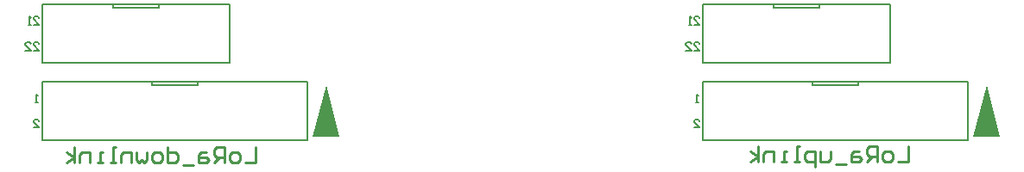
<source format=gbo>
G04*
G04 #@! TF.GenerationSoftware,Altium Limited,Altium Designer,20.2.3 (150)*
G04*
G04 Layer_Color=32896*
%FSLAX25Y25*%
%MOIN*%
G70*
G04*
G04 #@! TF.SameCoordinates,12439D86-AE7D-45F5-80DB-552B17048F2A*
G04*
G04*
G04 #@! TF.FilePolarity,Positive*
G04*
G01*
G75*
%ADD11C,0.00787*%
%ADD15C,0.01000*%
G36*
X150421Y179020D02*
X155488Y159138D01*
X145354D01*
X150421Y179020D01*
D02*
G37*
G36*
X405421D02*
X410488Y159138D01*
X400354D01*
X405421Y179020D01*
D02*
G37*
D11*
X295850Y210250D02*
X368350D01*
X295850Y187750D02*
X368350D01*
X295850D02*
Y210250D01*
X368350Y187750D02*
Y210250D01*
X323350Y209000D02*
Y210250D01*
Y209000D02*
X339600D01*
X340850D01*
Y210250D01*
X355850Y179000D02*
Y180250D01*
X354600Y179000D02*
X355850D01*
X338350D02*
X354600D01*
X338350D02*
Y180250D01*
X398350Y157750D02*
Y180250D01*
X295850Y157750D02*
Y180250D01*
Y157750D02*
X398350D01*
X295850Y180250D02*
X398350D01*
X40850Y210250D02*
X113350D01*
X40850Y187750D02*
X113350D01*
X40850D02*
Y210250D01*
X113350Y187750D02*
Y210250D01*
X68350Y209000D02*
Y210250D01*
Y209000D02*
X84600D01*
X85850D01*
Y210250D01*
X100850Y179000D02*
Y180250D01*
X99600Y179000D02*
X100850D01*
X83350D02*
X99600D01*
X83350D02*
Y180250D01*
X143350Y157750D02*
Y180250D01*
X40850Y157750D02*
Y180250D01*
Y157750D02*
X143350D01*
X40850Y180250D02*
X143350D01*
X292521Y192504D02*
X294620D01*
X292521Y194603D01*
Y195128D01*
X293045Y195652D01*
X294095D01*
X294620Y195128D01*
X289372Y192504D02*
X291471D01*
X289372Y194603D01*
Y195128D01*
X289897Y195652D01*
X290946D01*
X291471Y195128D01*
X292521Y202543D02*
X294620D01*
X292521Y204642D01*
Y205167D01*
X293045Y205692D01*
X294095D01*
X294620Y205167D01*
X291471Y202543D02*
X290422D01*
X290946D01*
Y205692D01*
X291471Y205167D01*
X294226Y172425D02*
X293177D01*
X293701D01*
Y175574D01*
X294226Y175049D01*
X292521Y162583D02*
X294620D01*
X292521Y164682D01*
Y165207D01*
X293045Y165731D01*
X294095D01*
X294620Y165207D01*
X37521Y192504D02*
X39620D01*
X37521Y194603D01*
Y195128D01*
X38045Y195652D01*
X39095D01*
X39620Y195128D01*
X34372Y192504D02*
X36471D01*
X34372Y194603D01*
Y195128D01*
X34897Y195652D01*
X35946D01*
X36471Y195128D01*
X37521Y202543D02*
X39620D01*
X37521Y204642D01*
Y205167D01*
X38045Y205692D01*
X39095D01*
X39620Y205167D01*
X36471Y202543D02*
X35422D01*
X35946D01*
Y205692D01*
X36471Y205167D01*
X39226Y172425D02*
X38176D01*
X38701D01*
Y175574D01*
X39226Y175049D01*
X37521Y162583D02*
X39620D01*
X37521Y164682D01*
Y165207D01*
X38045Y165731D01*
X39095D01*
X39620Y165207D01*
D15*
X375090Y155499D02*
Y149501D01*
X371091D01*
X368092D02*
X366093D01*
X365093Y150500D01*
Y152500D01*
X366093Y153499D01*
X368092D01*
X369092Y152500D01*
Y150500D01*
X368092Y149501D01*
X363094D02*
Y155499D01*
X360095D01*
X359095Y154499D01*
Y152500D01*
X360095Y151500D01*
X363094D01*
X361095D02*
X359095Y149501D01*
X356096Y153499D02*
X354097D01*
X353097Y152500D01*
Y149501D01*
X356096D01*
X357096Y150500D01*
X356096Y151500D01*
X353097D01*
X351098Y148501D02*
X347099D01*
X345100Y153499D02*
Y150500D01*
X344100Y149501D01*
X341101D01*
Y153499D01*
X339102Y147501D02*
Y153499D01*
X336103D01*
X335103Y152500D01*
Y150500D01*
X336103Y149501D01*
X339102D01*
X333104D02*
X331104D01*
X332104D01*
Y155499D01*
X333104D01*
X328105Y149501D02*
X326106D01*
X327106D01*
Y153499D01*
X328105D01*
X323107Y149501D02*
Y153499D01*
X320108D01*
X319108Y152500D01*
Y149501D01*
X317109D02*
Y155499D01*
Y151500D02*
X314110Y153499D01*
X317109Y151500D02*
X314110Y149501D01*
X123088Y154999D02*
Y149001D01*
X119089D01*
X116091D02*
X114091D01*
X113091Y150001D01*
Y152000D01*
X114091Y152999D01*
X116091D01*
X117090Y152000D01*
Y150001D01*
X116091Y149001D01*
X111092D02*
Y154999D01*
X108093D01*
X107093Y153999D01*
Y152000D01*
X108093Y151000D01*
X111092D01*
X109093D02*
X107093Y149001D01*
X104094Y152999D02*
X102095D01*
X101095Y152000D01*
Y149001D01*
X104094D01*
X105094Y150001D01*
X104094Y151000D01*
X101095D01*
X99096Y148001D02*
X95097D01*
X89099Y154999D02*
Y149001D01*
X92098D01*
X93098Y150001D01*
Y152000D01*
X92098Y152999D01*
X89099D01*
X86100Y149001D02*
X84101D01*
X83101Y150001D01*
Y152000D01*
X84101Y152999D01*
X86100D01*
X87100Y152000D01*
Y150001D01*
X86100Y149001D01*
X81102Y152999D02*
Y150001D01*
X80102Y149001D01*
X79102Y150001D01*
X78103Y149001D01*
X77103Y150001D01*
Y152999D01*
X75104Y149001D02*
Y152999D01*
X72105D01*
X71105Y152000D01*
Y149001D01*
X69106D02*
X67106D01*
X68106D01*
Y154999D01*
X69106D01*
X64107Y149001D02*
X62108D01*
X63108D01*
Y152999D01*
X64107D01*
X59109Y149001D02*
Y152999D01*
X56110D01*
X55110Y152000D01*
Y149001D01*
X53111D02*
Y154999D01*
Y151000D02*
X50112Y152999D01*
X53111Y151000D02*
X50112Y149001D01*
M02*

</source>
